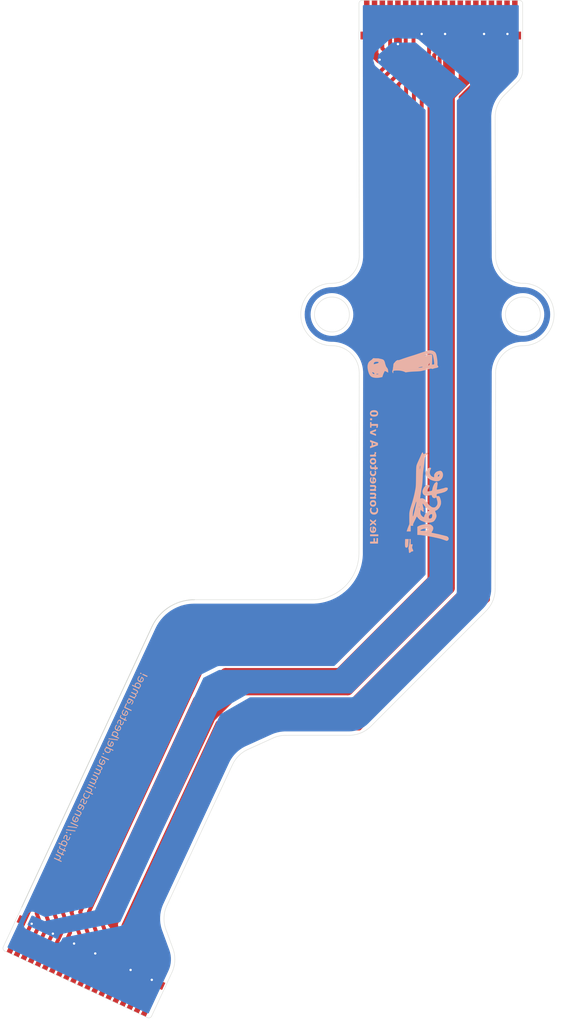
<source format=kicad_pcb>
(kicad_pcb (version 20240108) (generator "pcbnew") (generator_version "8.0")
  (layers (0 "F.Cu" signal) (31 "B.Cu" signal) (34 "B.Paste" user) (35 "F.Paste" user) (36 "B.SilkS" user "B.Silkscreen") (37 "F.SilkS" user "F.Silkscreen") (38 "B.Mask" user) (39 "F.Mask" user) (44 "Edge.Cuts" user))
  (net 0 "")
  (net 1 "/SDA")
  (net 2 "GND")
  (net 3 "/i3")
  (net 4 "/i4")
  (net 5 "/i6")
  (net 6 "+4V")
  (net 7 "/i7")
  (net 8 "/i8")
  (net 9 "+5V")
  (net 10 "/i5")
  (net 11 "/ENABLE")
  (net 12 "/SCL")
  (net 13 "+3.3V")
  (net 14 "/i2")
  (net 15 "/i1")
  (net 16 "/ALERT")
  (footprint "Connector:Flex connector for 10172832" (layer "F.Cu") (at 61.964509 63.752507)
    (property "Reference" "J2" (hide yes))
    (property "Value" "Conn_01x20_Pin")
    (fp_poly (pts (xy -0.8 1) (xy 0 1) (xy 0 2.000001) (xy -0.8 2)) (fill solid) (layer "F.Cu"))
    (fp_poly (pts (xy 19 1) (xy 19.8 1) (xy 19.8 2) (xy 18.999999 2)) (fill solid) (layer "F.Cu"))
    (fp_line (start -1 -2.6) (end -1 3) (stroke (width 0.05)) (layer "Edge.Cuts"))
    (fp_line (start -0.6 -2.999999) (end 19.6 -3) (stroke (width 0.05)) (layer "Edge.Cuts"))
    (fp_line (start 20 -2.6) (end 20 3) (stroke (width 0.05)) (layer "Edge.Cuts"))
    (fp_arc (start -1 -2.6) (mid -0.882843 -2.882843) (end -0.6 -2.999999) (stroke (width 0.05)) (layer "Edge.Cuts"))
    (fp_arc (start 19.6 -3) (mid 19.882843 -2.882843) (end 20 -2.6) (stroke (width 0.05)) (layer "Edge.Cuts"))
    (pad "1" smd rect (at 0 -1.5) (size 0.7 3) (layers "F.Cu" "F.Paste" "F.Mask") (net 4 "/i4"))
    (pad "2" smd rect (at 1 -1.5) (size 0.7 3) (layers "F.Cu" "F.Paste" "F.Mask") (net 6 "+4V"))
    (pad "3" smd rect (at 2 -1.5) (size 0.7 3) (layers "F.Cu" "F.Paste" "F.Mask") (net 3 "/i3"))
    (pad "4" smd rect (at 3 -1.5) (size 0.7 3) (layers "F.Cu" "F.Paste" "F.Mask") (net 14 "/i2"))
    (pad "5" smd rect (at 4 -1.5) (size 0.7 3) (layers "F.Cu" "F.Paste" "F.Mask") (net 6 "+4V"))
    (pad "6" smd rect (at 5 -1.5) (size 0.7 3) (layers "F.Cu" "F.Paste" "F.Mask") (net 15 "/i1"))
    (pad "7" smd rect (at 6 -1.5) (size 0.7 3) (layers "F.Cu" "F.Paste" "F.Mask") (net 10 "/i5"))
    (pad "8" smd rect (at 7 -1.5) (size 0.7 3) (layers "F.Cu" "F.Paste" "F.Mask") (net 2 "GND"))
    (pad "9" smd rect (at 8 -1.5) (size 0.7 3) (layers "F.Cu" "F.Paste" "F.Mask") (net 5 "/i6"))
    (pad "10" smd rect (at 9 -1.5) (size 0.7 3) (layers "F.Cu" "F.Paste" "F.Mask") (net 7 "/i7"))
    (pad "11" smd rect (at 9.999999 -1.5) (size 0.7 3) (layers "F.Cu" "F.Paste" "F.Mask") (net 2 "GND"))
    (pad "12" smd rect (at 11 -1.500001) (size 0.7 3) (layers "F.Cu" "F.Paste" "F.Mask") (net 8 "/i8"))
    (pad "13" smd rect (at 12 -1.5) (size 0.7 3) (layers "F.Cu" "F.Paste" "F.Mask") (net 9 "+5V"))
    (pad "14" smd rect (at 13 -1.5) (size 0.7 3) (layers "F.Cu" "F.Paste" "F.Mask") (net 13 "+3.3V"))
    (pad "15" smd rect (at 14 -1.5) (size 0.7 3) (layers "F.Cu" "F.Paste" "F.Mask") (net 11 "/ENABLE"))
    (pad "16" smd rect (at 15 -1.500001) (size 0.7 3) (layers "F.Cu" "F.Paste" "F.Mask") (net 2 "GND"))
    (pad "17" smd rect (at 16 -1.5) (size 0.7 3) (layers "F.Cu" "F.Paste" "F.Mask") (net 16 "/ALERT"))
    (pad "18" smd rect (at 17 -1.5) (size 0.7 3) (layers "F.Cu" "F.Paste" "F.Mask") (net 12 "/SCL"))
    (pad "19" smd rect (at 18 -1.5) (size 0.7 3) (layers "F.Cu" "F.Paste" "F.Mask") (net 2 "GND"))
    (pad "20" smd rect (at 19.000001 -1.5) (size 0.7 3) (layers "F.Cu" "F.Paste" "F.Mask") (net 1 "/SDA"))
  )
  (footprint "Connector:Flex connector for 10172832" (layer "F.Cu") (at 34.558648 188.133166 155)
    (property "Reference" "J1" (hide yes))
    (property "Value" "Conn_01x20_Pin")
    (fp_poly (pts (xy 18.999999 1.000001) (xy 19.8 1) (xy 19.8 2) (xy 18.999999 2)) (fill solid) (layer "F.Cu"))
    (fp_poly (pts (xy -0.8 1) (xy -0.000001 1.000001) (xy 0 2.000001) (xy -0.8 2)) (fill solid) (layer "F.Cu"))
    (fp_line (start 20 -2.6) (end 20 3) (stroke (width 0.05)) (layer "Edge.Cuts"))
    (fp_line (start -0.6 -3) (end 19.6 -2.999999) (stroke (width 0.05)) (layer "Edge.Cuts"))
    (fp_line (start -1 -2.600001) (end -1 3) (stroke (width 0.05)) (layer "Edge.Cuts"))
    (fp_arc (start 19.6 -2.999999) (mid 19.882843 -2.882842) (end 20 -2.6) (stroke (width 0.05)) (layer "Edge.Cuts"))
    (fp_arc (start -1 -2.600001) (mid -0.882843 -2.882843) (end -0.6 -3) (stroke (width 0.05)) (layer "Edge.Cuts"))
    (pad "1" smd rect (at 0 -1.500001 155) (size 0.7 3) (layers "F.Cu" "F.Paste" "F.Mask") (net 1 "/SDA"))
    (pad "2" smd rect (at 1 -1.5 155) (size 0.7 3) (layers "F.Cu" "F.Paste" "F.Mask") (net 2 "GND"))
    (pad "3" smd rect (at 2 -1.5 155) (size 0.7 3) (layers "F.Cu" "F.Paste" "F.Mask") (net 12 "/SCL"))
    (pad "4" smd rect (at 2.999999 -1.5 155) (size 0.7 3) (layers "F.Cu" "F.Paste" "F.Mask") (net 16 "/ALERT"))
    (pad "5" smd rect (at 4 -1.500001 155) (size 0.7 3) (layers "F.Cu" "F.Paste" "F.Mask") (net 2 "GND"))
    (pad "6" smd rect (at 5.000001 -1.5 155) (size 0.7 3) (layers "F.Cu" "F.Paste" "F.Mask") (net 11 "/ENABLE"))
    (pad "7" smd rect (at 6 -1.5 155) (size 0.7 3) (layers "F.Cu" "F.Paste" "F.Mask") (net 13 "+3.3V"))
    (pad "8" smd rect (at 7 -1.5 155) (size 0.7 3) (layers "F.Cu" "F.Paste" "F.Mask") (net 9 "+5V"))
    (pad "9" smd rect (at 8 -1.500001 155) (size 0.7 3) (layers "F.Cu" "F.Paste" "F.Mask") (net 8 "/i8"))
    (pad "10" smd rect (at 9.000001 -1.5 155) (size 0.7 3) (layers "F.Cu" "F.Paste" "F.Mask") (net 2 "GND"))
    (pad "11" smd rect (at 10 -1.5 155) (size 0.7 3) (layers "F.Cu" "F.Paste" "F.Mask") (net 7 "/i7"))
    (pad "12" smd rect (at 11 -1.5 155) (size 0.7 3) (layers "F.Cu" "F.Paste" "F.Mask") (net 5 "/i6"))
    (pad "13" smd rect (at 12 -1.5 155) (size 0.7 3) (layers "F.Cu" "F.Paste" "F.Mask") (net 2 "GND"))
    (pad "14" smd rect (at 13 -1.5 155) (size 0.7 3) (layers "F.Cu" "F.Paste" "F.Mask") (net 10 "/i5"))
    (pad "15" smd rect (at 14 -1.5 155) (size 0.7 3) (layers "F.Cu" "F.Paste" "F.Mask") (net 15 "/i1"))
    (pad "16" smd rect (at 15 -1.5 155) (size 0.7 3) (layers "F.Cu" "F.Paste" "F.Mask") (net 6 "+4V"))
    (pad "17" smd rect (at 16 -1.5 155) (size 0.7 3) (layers "F.Cu" "F.Paste" "F.Mask") (net 14 "/i2"))
    (pad "18" smd rect (at 17 -1.5 155) (size 0.7 3) (layers "F.Cu" "F.Paste" "F.Mask") (net 3 "/i3"))
    (pad "19" smd rect (at 17.999999 -1.5 155) (size 0.7 3) (layers "F.Cu" "F.Paste" "F.Mask") (net 6 "+4V"))
    (pad "20" smd rect (at 19 -1.500001 155) (size 0.7 3) (layers "F.Cu" "F.Paste" "F.Mask") (net 4 "/i4"))
  )
  (footprint "LOGO" (layer "B.Cu") (at 67.36 118.37 90)
    (property "Reference" "G***" (hide yes))
    (property "Value" "LOGO" (hide yes))
  )
  (gr_poly (pts (xy 29.821762 180.739443) (xy 28.727842 179.18113) (xy 30.046324 179.133922) (xy 30.276321 180.592809)) (fill solid) (layer "F.Cu") (net 13))
  (gr_poly (pts (xy 28.555253 177.776597) (xy 28.323057 179.102713) (xy 27.835275 179.261439) (xy 27.176309 177.657689)) (fill solid) (layer "F.Cu") (net 9))
  (gr_poly (pts (xy 75.20761 66.904922) (xy 74.737905 66.906571) (xy 73.847353 68.698056) (xy 75.241443 68.961948)) (fill solid) (layer "F.Cu") (net 13))
  (gr_poly (pts (xy 74.218427 67.13327) (xy 73.264482 69.060701) (xy 71.929083 68.079396) (xy 73.866225 66.113918)) (fill solid) (layer "F.Cu") (net 9))
  (gr_arc (start 36.200733 179.79445) (mid 35.959981 178.24786) (end 36.331124 176.727276) (stroke (width 0.05)) (layer "Edge.Cuts"))
  (gr_circle (center 82 101) (end 84 102) (stroke (width 0.05)) (fill none) (layer "Edge.Cuts"))
  (gr_arc (start 82 97) (mid 86 101) (end 82 105) (stroke (width 0.05)) (layer "Edge.Cuts"))
  (gr_arc (start 34.401292 141.023915) (mid 36.615343 138.494271) (end 39.842449 137.552507) (stroke (width 0.1)) (layer "Edge.Cuts"))
  (gr_circle (center 57.5 101) (end 59.5 102) (stroke (width 0.05)) (fill none) (layer "Edge.Cuts"))
  (gr_arc (start 60.964509 131.552507) (mid 59.20715 135.795148) (end 54.964509 137.552508) (stroke (width 0.05)) (layer "Edge.Cuts"))
  (gr_arc (start 82 97) (mid 79.525126 95.974874) (end 78.5 93.5) (stroke (width 0.05)) (layer "Edge.Cuts"))
  (gr_line (start 34.401292 141.023915) (end 34.401291 141.023914) (stroke (width 0.1)) (layer "Edge.Cuts"))
  (gr_arc (start 57.5 105) (mid 59.974874 106.025126) (end 61 108.5) (stroke (width 0.05)) (layer "Edge.Cuts"))
  (gr_line (start 46.714315 156.74068) (end 49.927326 155.284314) (stroke (width 0.05)) (layer "Edge.Cuts"))
  (gr_line (start 78.439509 136.170607) (end 78.5 108.5) (stroke (width 0.05)) (layer "Edge.Cuts"))
  (gr_arc (start 37.106076 182.264213) (mid 37.343513 183.806775) (end 36.972537 185.322766) (stroke (width 0.05)) (layer "Edge.Cuts"))
  (gr_line (start 78.5 93.5) (end 78.439509 75.734507) (stroke (width 0.05)) (layer "Edge.Cuts"))
  (gr_line (start 17.700347 176.961878) (end 34.401291 141.023914) (stroke (width 0.1)) (layer "Edge.Cuts"))
  (gr_line (start 79.621551 72.895466) (end 81.385033 71.131984) (stroke (width 0.05)) (layer "Edge.Cuts"))
  (gr_arc (start 61 93.5) (mid 59.974874 95.974874) (end 57.5 97) (stroke (width 0.05)) (layer "Edge.Cuts"))
  (gr_arc (start 49.927326 155.284314) (mid 50.738999 155.016642) (end 51.589007 154.927507) (stroke (width 0.05)) (layer "Edge.Cuts"))
  (gr_arc (start 81.964509 69.724107) (mid 81.813948 70.485326) (end 81.385033 71.131984) (stroke (width 0.05)) (layer "Edge.Cuts"))
  (gr_line (start 61 93.5) (end 60.964509 66.752507) (stroke (width 0.05)) (layer "Edge.Cuts"))
  (gr_line (start 60.964509 131.552507) (end 61 108.5) (stroke (width 0.05)) (layer "Edge.Cuts"))
  (gr_line (start 81.964509 69.724107) (end 81.964509 66.752507) (stroke (width 0.05)) (layer "Edge.Cuts"))
  (gr_arc (start 78.439509 75.734507) (mid 78.746826 74.196867) (end 79.621551 72.895466) (stroke (width 0.05)) (layer "Edge.Cuts"))
  (gr_line (start 36.331124 176.727276) (end 44.739172 158.696157) (stroke (width 0.05)) (layer "Edge.Cuts"))
  (gr_line (start 36.73281 185.836861) (end 36.972537 185.322766) (stroke (width 0.05)) (layer "Edge.Cuts"))
  (gr_line (start 62.511059 153.755958) (end 77.278057 138.988959) (stroke (width 0.05)) (layer "Edge.Cuts"))
  (gr_line (start 37.106076 182.264213) (end 36.200733 179.79445) (stroke (width 0.05)) (layer "Edge.Cuts"))
  (gr_arc (start 57.5 105) (mid 53.5 101) (end 57.5 97) (stroke (width 0.05)) (layer "Edge.Cuts"))
  (gr_arc (start 78.5 108.5) (mid 79.525126 106.025126) (end 82 105) (stroke (width 0.05)) (layer "Edge.Cuts"))
  (gr_line (start 51.589007 154.927507) (end 59.698357 154.927508) (stroke (width 0.05)) (layer "Edge.Cuts"))
  (gr_line (start 54.964509 137.552508) (end 39.842449 137.552507) (stroke (width 0.05)) (layer "Edge.Cuts"))
  (gr_arc (start 78.439509 136.170607) (mid 78.137745 137.694743) (end 77.278057 138.988959) (stroke (width 0.05)) (layer "Edge.Cuts"))
  (gr_arc (start 62.511059 153.755958) (mid 61.220622 154.620026) (end 59.698357 154.927508) (stroke (width 0.05)) (layer "Edge.Cuts"))
  (gr_arc (start 44.739172 158.696157) (mid 45.551448 157.541366) (end 46.714315 156.74068) (stroke (width 0.05)) (layer "Edge.Cuts"))
  (gr_text "https://lenaschimmel.de/besteLampe!" (at 21.614509 170.752507 -115) (layer "B.SilkS") (effects (font (size 1 1) (thickness 0.14375)) (justify left bottom mirror)))
  (gr_text "Flex Connector A v1.0" (at 62.22 130.49 -90) (layer "B.SilkS") (effects (font (size 1 1) (thickness 0.2) (bold yes)) (justify left bottom mirror)))
  (segment (start 50.474721 154.033954) (end 50.514509 154.052507) (width 0.5) (layer "F.Cu") (net 1))
  (segment (start 50.514509 154.052507) (end 61.014509 154.052508) (width 0.5) (layer "F.Cu") (net 1))
  (segment (start 80.964509 70.402508) (end 80.964509 62.252507) (width 0.5) (layer "F.Cu") (net 1))
  (segment (start 77.514509 137.552508) (end 77.514509 73.852508) (width 0.5) (layer "F.Cu") (net 1))
  (segment (start 36.095274 184.847518) (end 34.094233 179.349703) (width 0.5) (layer "F.Cu") (net 1))
  (segment (start 61.014509 154.052508) (end 77.514509 137.552508) (width 0.5) (layer "F.Cu") (net 1))
  (segment (start 34.094233 179.349703) (end 44.963843 156.039749) (width 0.5) (layer "F.Cu") (net 1))
  (segment (start 44.963843 156.039749) (end 50.474721 154.033954) (width 0.5) (layer "F.Cu") (net 1))
  (segment (start 77.514509 73.852508) (end 80.964509 70.402508) (width 0.5) (layer "F.Cu") (net 1))
  (segment (start 34.064509 189.202507) (end 36.095274 184.847518) (width 0.5) (layer "F.Cu") (net 1))
  (segment (start 68.964509 62.252508) (end 68.964509 65.002508) (width 0.5) (layer "F.Cu") (net 2))
  (segment (start 71.964509 62.252508) (end 71.964509 65.002507) (width 0.5) (layer "F.Cu") (net 2))
  (segment (start 24.351016 181.638741) (end 24.417462 181.614558) (width 0.5) (layer "F.Cu") (net 2))
  (segment (start 23.188816 184.131088) (end 24.351016 181.638741) (width 0.5) (layer "F.Cu") (net 2))
  (segment (start 71.964509 65.002507) (end 72.014508 65.052508) (width 0.5) (layer "F.Cu") (net 2))
  (segment (start 30.439278 187.512034) (end 31.601478 185.019688) (width 0.5) (layer "F.Cu") (net 2))
  (segment (start 76.964509 65.002508) (end 77.014509 65.052507) (width 0.5) (layer "F.Cu") (net 2))
  (segment (start 27.069939 182.906596) (end 27.136386 182.882412) (width 0.5) (layer "F.Cu") (net 2))
  (segment (start 31.601478 185.019688) (end 31.667924 184.995504) (width 0.5) (layer "F.Cu") (net 2))
  (segment (start 34.320402 186.287543) (end 34.386847 186.263359) (width 0.5) (layer "F.Cu") (net 2))
  (segment (start 79.964509 62.252508) (end 79.964509 65.002507) (width 0.5) (layer "F.Cu") (net 2))
  (segment (start 79.964509 65.002507) (end 80.014509 65.052508) (width 0.5) (layer "F.Cu") (net 2))
  (segment (start 76.964509 62.252507) (end 76.964509 65.002508) (width 0.5) (layer "F.Cu") (net 2))
  (segment (start 25.907738 185.398944) (end 27.069939 182.906596) (width 0.5) (layer "F.Cu") (net 2))
  (segment (start 33.158201 188.77989) (end 34.320402 186.287543) (width 0.5) (layer "F.Cu") (net 2))
  (segment (start 68.964509 65.002508) (end 69.014509 65.052507) (width 0.5) (layer "F.Cu") (net 2))
  (via (at 34.386847 186.263359) (size 0.6) (drill 0.3) (layers "F.Cu" "B.Cu") (net 2))
  (via (at 72.014508 65.052508) (size 0.6) (drill 0.3) (layers "F.Cu" "B.Cu") (net 2))
  (via (at 77.014509 65.052507) (size 0.6) (drill 0.3) (layers "F.Cu" "B.Cu") (net 2))
  (via (at 31.667924 184.995504) (size 0.6) (drill 0.3) (layers "F.Cu" "B.Cu") (net 2))
  (via (at 24.417462 181.614558) (size 0.6) (drill 0.3) (layers "F.Cu" "B.Cu") (net 2))
  (via (at 27.136386 182.882412) (size 0.6) (drill 0.3) (layers "F.Cu" "B.Cu") (net 2))
  (via (at 80.014509 65.052508) (size 0.6) (drill 0.3) (layers "F.Cu" "B.Cu") (net 2))
  (via (at 69.014509 65.052507) (size 0.6) (drill 0.3) (layers "F.Cu" "B.Cu") (net 2))
  (segment (start 36.338023 141.876021) (end 19.618121 177.731965) (width 0.5) (layer "F.Cu") (net 3))
  (segment (start 64.814509 67.752507) (end 64.814509 68.752508) (width 0.5) (layer "F.Cu") (net 3))
  (segment (start 58.014509 139.552507) (end 38.661537 139.552508) (width 0.5) (layer "F.Cu") (net 3))
  (segment (start 38.661537 139.552508) (end 36.338023 141.876021) (width 0.5) (layer "F.Cu") (net 3))
  (segment (start 63.014509 70.552508) (end 63.014509 134.552507) (width 0.5) (layer "F.Cu") (net 3))
  (segment (start 63.964509 66.902508) (end 64.814509 67.752507) (width 0.5) (layer "F.Cu") (net 3))
  (segment (start 63.964509 62.252508) (end 63.964509 66.902508) (width 0.5) (layer "F.Cu") (net 3))
  (segment (start 19.618121 177.731965) (end 20.073048 178.981865) (width 0.5) (layer "F.Cu") (net 3))
  (segment (start 64.814509 68.752508) (end 63.014509 70.552508) (width 0.5) (layer "F.Cu") (net 3))
  (segment (start 63.014509 134.552507) (end 58.014509 139.552507) (width 0.5) (layer "F.Cu") (net 3))
  (segment (start 20.073048 178.981865) (end 18.657277 182.017998) (width 0.5) (layer "F.Cu") (net 3))
  (segment (start 62.014509 134.552508) (end 57.939344 138.627672) (width 0.5) (layer "F.Cu") (net 4))
  (segment (start 61.964509 62.252507) (end 62.014509 62.302507) (width 0.5) (layer "F.Cu") (net 4))
  (segment (start 16.93506 181.11961) (end 35.474231 141.36223) (width 0.5) (layer "F.Cu") (net 4))
  (segment (start 62.014509 62.302507) (end 62.014509 134.552508) (width 0.5) (layer "F.Cu") (net 4))
  (segment (start 57.864178 138.552507) (end 38.263234 138.552507) (width 0.5) (layer "F.Cu") (net 4))
  (segment (start 38.263234 138.552507) (end 35.474231 141.341511) (width 0.5) (layer "F.Cu") (net 4))
  (segment (start 57.939344 138.627672) (end 57.864178 138.552507) (width 0.5) (layer "F.Cu") (net 4))
  (segment (start 35.474231 141.341511) (end 35.474231 141.36223) (width 0.5) (layer "F.Cu") (net 4))
  (segment (start 16.844661 181.17276) (end 16.911107 181.148576) (width 0.5) (layer "F.Cu") (net 4))
  (segment (start 67.014509 134.512306) (end 57.974307 143.552508) (width 0.5) (layer "F.Cu") (net 5))
  (segment (start 69.964509 67.425553) (end 69.914509 67.475554) (width 0.5) (layer "F.Cu") (net 5))
  (segment (start 39.347973 144.885971) (end 25.164509 175.302508) (width 0.5) (layer "F.Cu") (net 5))
  (segment (start 24.084011 177.597244) (end 25.140556 175.331475) (width 0.5) (layer "F.Cu") (net 5))
  (segment (start 69.914509 67.475554) (end 69.914509 68.852508) (width 0.5) (layer "F.Cu") (net 5))
  (segment (start 69.964509 62.252507) (end 69.964509 67.425553) (width 0.5) (layer "F.Cu") (net 5))
  (segment (start 67.014509 71.752507) (end 67.014509 134.512306) (width 0.5) (layer "F.Cu") (net 5))
  (segment (start 24.095123 184.553707) (end 25.510895 181.517575) (width 0.5) (layer "F.Cu") (net 5))
  (segment (start 40.681437 143.552507) (end 39.347973 144.885971) (width 0.5) (layer "F.Cu") (net 5))
  (segment (start 69.914509 68.852508) (end 67.014509 71.752507) (width 0.5) (layer "F.Cu") (net 5))
  (segment (start 57.974307 143.552508) (end 40.681437 143.552507) (width 0.5) (layer "F.Cu") (net 5))
  (segment (start 24.084011 177.597244) (end 25.510895 181.517575) (width 0.5) (layer "F.Cu") (net 5))
  (segment (start 21.632093 180.370888) (end 21.698539 180.346702) (width 0.5) (layer "F.Cu") (net 6))
  (segment (start 17.750969 181.595378) (end 18.913169 179.103033) (width 0.5) (layer "F.Cu") (net 6))
  (segment (start 62.964509 64.752508) (end 62.964509 62.252507) (width 0.5) (layer "F.Cu") (net 6))
  (segment (start 62.964508 67.702508) (end 62.964509 64.752508) (width 1) (layer "F.Cu") (net 6))
  (segment (start 65.964509 66.352507) (end 65.964509 64.752508) (width 1) (layer "F.Cu") (net 6))
  (segment (start 18.913169 179.103033) (end 18.979615 179.078847) (width 0.5) (layer "F.Cu") (net 6))
  (segment (start 63.614509 68.352508) (end 62.964508 67.702508) (width 1) (layer "F.Cu") (net 6))
  (segment (start 65.964509 64.752508) (end 65.964509 62.252507) (width 0.5) (layer "F.Cu") (net 6))
  (segment (start 20.469892 182.863234) (end 21.632093 180.370888) (width 0.5) (layer "F.Cu") (net 6))
  (via (at 63.614509 68.352508) (size 0.6) (drill 0.3) (layers "F.Cu" "B.Cu") (net 6))
  (via (at 21.698539 180.346702) (size 0.6) (drill 0.3) (layers "F.Cu" "B.Cu") (net 6))
  (via (at 65.964509 66.352507) (size 0.6) (drill 0.3) (layers "F.Cu" "B.Cu") (net 6))
  (via (at 18.979615 179.078847) (size 0.6) (drill 0.3) (layers "F.Cu" "B.Cu") (net 6))
  (segment (start 65.614508 66.352508) (end 65.964509 66.352507) (width 0.5) (layer "B.Cu") (net 6))
  (segment (start 63.614509 68.352508) (end 65.614508 66.352508) (width 0.5) (layer "B.Cu") (net 6))
  (segment (start 26.046864 175.754092) (end 25.201627 177.566708) (width 0.5) (layer "F.Cu") (net 7))
  (segment (start 40.10046 145.638459) (end 26.070817 175.725126) (width 0.5) (layer "F.Cu") (net 7))
  (segment (start 25.201627 177.566708) (end 26.628512 181.48704) (width 0.5) (layer "F.Cu") (net 7))
  (segment (start 70.614509 69.352508) (end 68.014509 71.952507) (width 0.5) (layer "F.Cu") (net 7))
  (segment (start 26.628512 181.48704) (end 25.001431 184.976324) (width 0.5) (layer "F.Cu") (net 7))
  (segment (start 70.964509 67.415502) (end 70.614509 67.765503) (width 0.5) (layer "F.Cu") (net 7))
  (segment (start 57.964256 144.552507) (end 41.186411 144.552508) (width 0.5) (layer "F.Cu") (net 7))
  (segment (start 41.186411 144.552508) (end 40.10046 145.638459) (width 0.5) (layer "F.Cu") (net 7))
  (segment (start 70.614509 67.765503) (end 70.614509 69.352508) (width 0.5) (layer "F.Cu") (net 7))
  (segment (start 70.964509 62.252507) (end 70.964509 67.415502) (width 0.5) (layer "F.Cu") (net 7))
  (segment (start 68.014509 71.952507) (end 68.014509 134.502254) (width 0.5) (layer "F.Cu") (net 7))
  (segment (start 68.014509 134.502254) (end 57.964256 144.552507) (width 0.5) (layer "F.Cu") (net 7))
  (segment (start 72.964509 62.252508) (end 72.964509 66.402508) (width 0.5) (layer "F.Cu") (net 8))
  (segment (start 26.814047 185.821561) (end 28.229817 182.785431) (width 0.5) (layer "F.Cu") (net 8))
  (segment (start 71.314509 68.055452) (end 71.314509 69.852508) (width 0.5) (layer "F.Cu") (net 8))
  (segment (start 69.014509 134.492204) (end 57.954205 145.552508) (width 0.5) (layer "F.Cu") (net 8))
  (segment (start 26.319244 177.536173) (end 28.229817 182.785431) (width 0.5) (layer "F.Cu") (net 8))
  (segment (start 41.691385 145.552508) (end 40.852946 146.390946) (width 0.5) (layer "F.Cu") (net 8))
  (segment (start 57.954205 145.552508) (end 41.691385 145.552508) (width 0.5) (layer "F.Cu") (net 8))
  (segment (start 69.014509 72.152508) (end 69.014509 134.492204) (width 0.5) (layer "F.Cu") (net 8))
  (segment (start 72.814509 66.555451) (end 71.314509 68.055452) (width 0.5) (layer "F.Cu") (net 8))
  (segment (start 72.814509 66.552508) (end 72.814509 66.555451) (width 0.5) (layer "F.Cu") (net 8))
  (segment (start 71.314509 69.852508) (end 69.014509 72.152508) (width 0.5) (layer "F.Cu") (net 8))
  (segment (start 40.852946 146.390946) (end 26.977124 176.147744) (width 0.5) (layer "F.Cu") (net 8))
  (segment (start 72.964509 66.402508) (end 72.814509 66.552508) (width 0.5) (layer "F.Cu") (net 8))
  (segment (start 26.319244 177.536173) (end 26.953172 176.17671) (width 0.5) (layer "F.Cu") (net 8))
  (segment (start 29.368789 182.699444) (end 27.580566 186.5343) (width 0.5) (layer "F.Cu") (net 9))
  (segment (start 43.885997 147.052507) (end 40.387753 150.550752) (width 1.5) (layer "F.Cu") (net 9))
  (segment (start 73.964509 67.102507) (end 73.964509 62.252507) (width 0.5) (layer "F.Cu") (net 9))
  (segment (start 40.387753 150.550752) (end 27.889509 177.427508) (width 1.5) (layer "F.Cu") (net 9))
  (segment (start 72.514509 68.552508) (end 72.514509 70.452508) (width 1.5) (layer "F.Cu") (net 9))
  (segment (start 58.514509 147.052508) (end 43.885997 147.052507) (width 1.5) (layer "F.Cu") (net 9))
  (segment (start 27.889509 177.427508) (end 27.764509 177.302508) (width 0.5) (layer "F.Cu") (net 9))
  (segment (start 70.514509 135.052507) (end 58.514509 147.052508) (width 1.5) (layer "F.Cu") (net 9))
  (segment (start 72.514509 68.552508) (end 73.964509 67.102507) (width 0.5) (layer "F.Cu") (net 9))
  (segment (start 27.642647 177.956907) (end 29.368789 182.699444) (width 0.5) (layer "F.Cu") (net 9))
  (segment (start 72.514509 70.452508) (end 70.514509 72.452508) (width 1.5) (layer "F.Cu") (net 9))
  (segment (start 70.514509 72.452508) (end 70.514509 135.052507) (width 1.5) (layer "F.Cu") (net 9))
  (segment (start 23.909588 180.219186) (end 22.282508 183.708471) (width 0.5) (layer "F.Cu") (net 10))
  (segment (start 38.595484 144.133483) (end 22.970972 177.640361) (width 0.5) (layer "F.Cu") (net 10))
  (segment (start 22.970972 177.640361) (end 23.909588 180.219186) (width 0.5) (layer "F.Cu") (net 10))
  (segment (start 67.964509 62.252508) (end 67.964509 69.602507) (width 0.5) (layer "F.Cu") (net 10))
  (segment (start 66.014508 71.552507) (end 66.014509 134.522356) (width 0.5) (layer "F.Cu") (net 10))
  (segment (start 57.984358 142.552507) (end 40.176461 142.552508) (width 0.5) (layer "F.Cu") (net 10))
  (segment (start 67.964509 69.602507) (end 66.014508 71.552507) (width 0.5) (layer "F.Cu") (net 10))
  (segment (start 40.176461 142.552508) (end 38.595484 144.133483) (width 0.5) (layer "F.Cu") (net 10))
  (segment (start 66.014509 134.522356) (end 57.984358 142.552507) (width 0.5) (layer "F.Cu") (net 10))
  (segment (start 29.53297 187.089417) (end 31.817306 182.190642) (width 0.5) (layer "F.Cu") (net 11))
  (segment (start 75.96451 71.202507) (end 75.964509 62.252508) (width 0.5) (layer "F.Cu") (net 11))
  (segment (start 60.014508 150.552508) (end 74.014509 136.552508) (width 0.5) (layer "F.Cu") (net 11))
  (segment (start 50.531626 150.5518) (end 50.533145 150.552509) (width 0.5) (layer "F.Cu") (net 11))
  (segment (start 31.817306 182.190642) (end 30.75477 179.271349) (width 0.5) (layer "F.Cu") (net 11))
  (segment (start 42.841778 153.350676) (end 50.531626 150.5518) (width 0.5) (layer "F.Cu") (net 11))
  (segment (start 30.75477 179.271349) (end 42.841778 153.350676) (width 0.5) (layer "F.Cu") (net 11))
  (segment (start 74.014509 136.552508) (end 74.014509 73.152507) (width 0.5) (layer "F.Cu") (net 11))
  (segment (start 74.014509 73.152507) (end 75.96451 71.202507) (width 0.5) (layer "F.Cu") (net 11))
  (segment (start 50.533145 150.552509) (end 60.014508 150.552508) (width 0.5) (layer "F.Cu") (net 11))
  (segment (start 50.828405 152.552507) (end 49.249037 153.12735) (width 0.5) (layer "F.Cu") (net 12))
  (segment (start 76.014509 137.052507) (end 60.514509 152.552508) (width 0.5) (layer "F.Cu") (net 12))
  (segment (start 34.316095 183.930577) (end 32.251894 188.357272) (width 0.5) (layer "F.Cu") (net 12))
  (segment (start 32.603024 179.223954) (end 34.316095 183.930577) (width 0.5) (layer "F.Cu") (net 12))
  (segment (start 60.514509 152.552508) (end 50.828405 152.552507) (width 0.5) (layer "F.Cu") (net 12))
  (segment (start 78.964509 70.402507) (end 76.014509 73.352507) (width 0.5) (layer "F.Cu") (net 12))
  (segment (start 49.249037 153.12735) (end 49.246917 153.126361) (width 0.5) (layer "F.Cu") (net 12))
  (segment (start 35.014509 174.052507) (end 32.603024 179.223954) (width 0.5) (layer "F.Cu") (net 12))
  (segment (start 78.964508 62.252507) (end 78.964509 70.402507) (width 0.5) (layer "F.Cu") (net 12))
  (segment (start 49.246917 153.126361) (end 43.917423 155.066138) (width 0.5) (layer "F.Cu") (net 12))
  (segment (start 34.899199 174.405782) (end 34.839509 174.427508) (width 0.5) (layer "F.Cu") (net 12))
  (segment (start 43.917423 155.066138) (end 34.899199 174.405782) (width 0.5) (layer "F.Cu") (net 12))
  (segment (start 76.014509 73.352507) (end 76.014509 137.052507) (width 0.5) (layer "F.Cu") (net 12))
  (segment (start 59.514509 149.052507) (end 45.362345 149.052508) (width 1.5) (layer "F.Cu") (net 13))
  (segment (start 74.514509 69.052507) (end 74.514509 70.955451) (width 1.5) (layer "F.Cu") (net 13))
  (segment (start 30.514509 182.802507) (end 30.686301 182.434099) (width 0.5) (layer "F.Cu") (net 13))
  (segment (start 74.514509 70.955451) (end 72.514509 72.955451) (width 1.5) (layer "F.Cu") (net 13))
  (segment (start 30.686301 182.434099) (end 29.364509 178.802507) (width 0.5) (layer "F.Cu") (net 13))
  (segment (start 72.514509 72.955451) (end 72.514509 136.052507) (width 1.5) (layer "F.Cu") (net 13))
  (segment (start 28.486874 186.956918) (end 30.514509 182.802507) (width 0.5) (layer "F.Cu") (net 13))
  (segment (start 74.964509 62.252507) (end 74.964509 68.602507) (width 0.5) (layer "F.Cu") (net 13))
  (segment (start 74.964509 68.602507) (end 74.514509 69.052507) (width 0.5) (layer "F.Cu") (net 13))
  (segment (start 72.514509 136.052507) (end 59.514509 149.052507) (width 1.5) (layer "F.Cu") (net 13))
  (segment (start 41.838427 152.576425) (end 29.364509 178.802507) (width 1.5) (layer "F.Cu") (net 13))
  (segment (start 45.362345 149.052508) (end 41.838427 152.576425) (width 1.5) (layer "F.Cu") (net 13))
  (segment (start 58.004459 140.552508) (end 38.802543 140.552508) (width 0.5) (layer "F.Cu") (net 14))
  (segment (start 65.814509 68.952507) (end 64.014509 70.752507) (width 0.5) (layer "F.Cu") (net 14))
  (segment (start 21.190665 178.95133) (end 19.563585 182.440615) (width 0.5) (layer "F.Cu") (net 14))
  (segment (start 64.014509 134.542458) (end 58.004459 140.552508) (width 0.5) (layer "F.Cu") (net 14))
  (segment (start 37.408526 141.946524) (end 22.445585 174.034654) (width 0.5) (layer "F.Cu") (net 14))
  (segment (start 22.421633 174.063619) (end 20.73116 177.68885) (width 0.5) (layer "F.Cu") (net 14))
  (segment (start 64.014509 70.752507) (end 64.014509 134.542458) (width 0.5) (layer "F.Cu") (net 14))
  (segment (start 64.964508 62.252508) (end 64.964509 66.763169) (width 0.5) (layer "F.Cu") (net 14))
  (segment (start 38.802543 140.552508) (end 37.408526 141.946524) (width 0.5) (layer "F.Cu") (net 14))
  (segment (start 20.73116 177.68885) (end 21.190665 178.95133) (width 0.5) (layer "F.Cu") (net 14))
  (segment (start 64.964509 66.763169) (end 65.814509 67.613168) (width 0.5) (layer "F.Cu") (net 14))
  (segment (start 65.814509 67.613168) (end 65.814509 68.952507) (width 0.5) (layer "F.Cu") (net 14))
  (segment (start 65.014509 71.152507) (end 65.014509 134.532406) (width 0.5) (layer "F.Cu") (net 15))
  (segment (start 22.791971 180.24972) (end 21.3762 183.285851) (width 0.5) (layer "F.Cu") (net 15))
  (segment (start 21.853356 177.670895) (end 22.791971 180.24972) (width 0.5) (layer "F.Cu") (net 15))
  (segment (start 39.307517 141.552508) (end 38.161013 142.699012) (width 0.5) (layer "F.Cu") (net 15))
  (segment (start 38.161013 142.699012) (end 21.853356 177.670895) (width 0.5) (layer "F.Cu") (net 15))
  (segment (start 66.964509 69.202507) (end 65.014509 71.152507) (width 0.5) (layer "F.Cu") (net 15))
  (segment (start 57.994408 141.552508) (end 39.307517 141.552508) (width 0.5) (layer "F.Cu") (net 15))
  (segment (start 66.964509 62.252507) (end 66.964509 69.202507) (width 0.5) (layer "F.Cu") (net 15))
  (segment (start 65.014509 134.532406) (end 57.994408 141.552508) (width 0.5) (layer "F.Cu") (net 15))
  (segment (start 75.014509 136.802508) (end 75.014509 73.152508) (width 0.5) (layer "F.Cu") (net 16))
  (segment (start 33.312958 183.715609) (end 31.345586 187.934652) (width 0.5) (layer "F.Cu") (net 16))
  (segment (start 77.964509 70.202507) (end 77.964509 62.252507) (width 0.5) (layer "F.Cu") (net 16))
  (segment (start 50.614932 151.552507) (end 60.264509 151.552508) (width 0.5) (layer "F.Cu") (net 16))
  (segment (start 43.295564 154.485909) (end 43.44685 154.161476) (width 0.5) (layer "F.Cu") (net 16))
  (segment (start 31.71403 179.32259) (end 33.312958 183.715609) (width 0.5) (layer "F.Cu") (net 16))
  (segment (start 60.264509 151.552508) (end 75.014509 136.802508) (width 0.5) (layer "F.Cu") (net 16))
  (segment (start 75.014509 73.152508) (end 77.964509 70.202507) (width 0.5) (layer "F.Cu") (net 16))
  (segment (start 43.264509 154.552508) (end 31.71403 179.32259) (width 0.5) (layer "F.Cu") (net 16))
  (segment (start 43.44685 154.161476) (end 50.614932 151.552507) (width 0.5) (layer "F.Cu") (net 16))
  (zone (net 6) (net_name "+4V") (layer "B.Cu") (priority 2) (connect_pads (clearance 0.5)) (min_thickness 0.25) (fill yes (thermal_gap 0.5) (thermal_bridge_width 0.5))
    (polygon (pts (xy 63.414509 67.752508) (xy 65.214509 66.152507) (xy 68.258367 66.152507) (xy 74.785259 71.659915) (xy 73.014509 73.352508) (xy 73.014509 136.552507) (xy 60.014509 149.552508) (xy 46.840967 149.552507) (xy 42.793062 151.865595) (xy 30.336527 178.855479) (xy 22.606855 180.421898) (xy 22.303989 181.068086) (xy 18.406436 179.250627) (xy 18.998101 177.981796) (xy 20.629455 178.742509) (xy 27.108775 177.350354) (xy 41.014509 147.552507) (xy 43.014509 146.552508) (xy 58.014509 146.552508) (xy 70.014509 134.552507) (xy 70.014509 74.552507) (xy 63.414509 68.777507)))
  )
  (zone (net 2) (net_name "GND") (layer "B.Cu") (connect_pads (clearance 0.5)) (min_thickness 0.25) (fill yes (thermal_gap 0.5) (thermal_bridge_width 0.5))
    (polygon (pts (xy 86.679509 61.347507) (xy 86.679509 185.912508) (xy 82.564509 190.027508) (xy 37.914509 190.027507) (xy 36.73 191.94) (xy 14.914509 181.690825) (xy 14.914509 101.427507) (xy 54.994509 61.347508)))
  )
)
</source>
